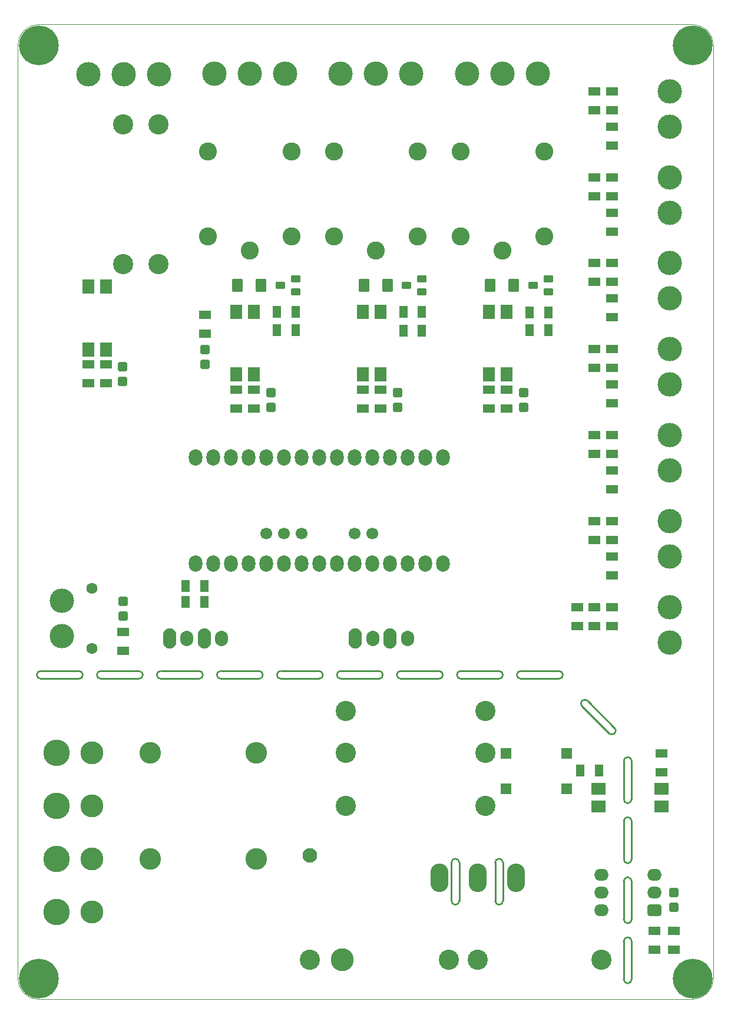
<source format=gts>
G04*
G04 #@! TF.GenerationSoftware,Altium Limited,Altium Designer,24.7.2 (38)*
G04*
G04 Layer_Color=8388736*
%FSAX43Y43*%
%MOMM*%
G71*
G04*
G04 #@! TF.SameCoordinates,3F101F8B-C0B2-4B88-A1E1-6A066521CB33*
G04*
G04*
G04 #@! TF.FilePolarity,Negative*
G04*
G01*
G75*
%ADD10C,0.254*%
%ADD12C,0.100*%
%ADD28R,1.200X1.800*%
%ADD29R,1.800X1.200*%
G04:AMPARAMS|DCode=30|XSize=1.3mm|YSize=1.3mm|CornerRadius=0.17mm|HoleSize=0mm|Usage=FLASHONLY|Rotation=270.000|XOffset=0mm|YOffset=0mm|HoleType=Round|Shape=RoundedRectangle|*
%AMROUNDEDRECTD30*
21,1,1.300,0.960,0,0,270.0*
21,1,0.960,1.300,0,0,270.0*
1,1,0.340,-0.480,-0.480*
1,1,0.340,-0.480,0.480*
1,1,0.340,0.480,0.480*
1,1,0.340,0.480,-0.480*
%
%ADD30ROUNDEDRECTD30*%
%ADD31R,1.600X1.600*%
%ADD32R,2.000X1.800*%
G04:AMPARAMS|DCode=33|XSize=1.1mm|YSize=1.3mm|CornerRadius=0.2mm|HoleSize=0mm|Usage=FLASHONLY|Rotation=90.000|XOffset=0mm|YOffset=0mm|HoleType=Round|Shape=RoundedRectangle|*
%AMROUNDEDRECTD33*
21,1,1.100,0.900,0,0,90.0*
21,1,0.700,1.300,0,0,90.0*
1,1,0.400,0.450,0.350*
1,1,0.400,0.450,-0.350*
1,1,0.400,-0.450,-0.350*
1,1,0.400,-0.450,0.350*
%
%ADD33ROUNDEDRECTD33*%
G04:AMPARAMS|DCode=34|XSize=1.5mm|YSize=1.9mm|CornerRadius=0.19mm|HoleSize=0mm|Usage=FLASHONLY|Rotation=0.000|XOffset=0mm|YOffset=0mm|HoleType=Round|Shape=RoundedRectangle|*
%AMROUNDEDRECTD34*
21,1,1.500,1.520,0,0,0.0*
21,1,1.120,1.900,0,0,0.0*
1,1,0.380,0.560,-0.760*
1,1,0.380,-0.560,-0.760*
1,1,0.380,-0.560,0.760*
1,1,0.380,0.560,0.760*
%
%ADD34ROUNDEDRECTD34*%
%ADD35R,1.800X2.000*%
%ADD36C,2.600*%
%ADD37C,2.100*%
%ADD38C,3.500*%
%ADD39C,3.100*%
%ADD40C,2.900*%
%ADD41C,3.300*%
%ADD42C,1.700*%
%ADD43C,5.700*%
%ADD44C,3.800*%
%ADD45O,2.100X1.700*%
G04:AMPARAMS|DCode=46|XSize=2.1mm|YSize=1.7mm|CornerRadius=0.45mm|HoleSize=0mm|Usage=FLASHONLY|Rotation=180.000|XOffset=0mm|YOffset=0mm|HoleType=Round|Shape=RoundedRectangle|*
%AMROUNDEDRECTD46*
21,1,2.100,0.800,0,0,180.0*
21,1,1.200,1.700,0,0,180.0*
1,1,0.900,-0.600,0.400*
1,1,0.900,0.600,0.400*
1,1,0.900,0.600,-0.400*
1,1,0.900,-0.600,-0.400*
%
%ADD46ROUNDEDRECTD46*%
%ADD47O,2.600X4.100*%
%ADD48O,1.950X2.350*%
%ADD49O,1.900X2.900*%
%ADD50O,1.900X2.200*%
%ADD51C,1.600*%
D10*
X0471749Y0548762D02*
G03*
X0472311Y0549324I0000000J0000562D01*
G01*
X0471186Y0549324D02*
G03*
X0471749Y0548762I0000563J0000000D01*
G01*
X0472311Y0554824D02*
G03*
X0471749Y0555387I-0000562J0000000D01*
G01*
X0471749D02*
G03*
X0471186Y0554824I0000000J-0000562D01*
G01*
X0465466Y0548770D02*
G03*
X0466028Y0549333I0000000J0000562D01*
G01*
X0464903Y0549333D02*
G03*
X0465466Y0548770I0000563J0000000D01*
G01*
X0466028Y0554833D02*
G03*
X0465466Y0555395I-0000562J0000000D01*
G01*
X0465466D02*
G03*
X0464903Y0554833I0000000J-0000562D01*
G01*
X0490234Y0537478D02*
G03*
X0490797Y0538041I0000000J0000562D01*
G01*
X0489672Y0538041D02*
G03*
X0490234Y0537478I0000563J0000000D01*
G01*
X0490797Y0543541D02*
G03*
X0490234Y0544103I-0000562J0000000D01*
G01*
X0490234D02*
G03*
X0489672Y0543541I0000000J-0000562D01*
G01*
X0490234Y0546103D02*
G03*
X0490797Y0546666I0000000J0000562D01*
G01*
X0489672Y0546666D02*
G03*
X0490234Y0546103I0000563J0000000D01*
G01*
X0490797Y0552166D02*
G03*
X0490234Y0552728I-0000562J0000000D01*
G01*
X0490234D02*
G03*
X0489672Y0552166I0000000J-0000562D01*
G01*
X0490234Y0554728D02*
G03*
X0490797Y0555291I0000000J0000562D01*
G01*
X0489672Y0555291D02*
G03*
X0490234Y0554728I0000563J0000000D01*
G01*
X0490797Y0560791D02*
G03*
X0490234Y0561353I-0000562J0000000D01*
G01*
X0490234D02*
G03*
X0489672Y0560791I0000000J-0000562D01*
G01*
X0490234Y0563353D02*
G03*
X0490797Y0563916I0000000J0000562D01*
G01*
X0489672Y0563916D02*
G03*
X0490234Y0563353I0000563J0000000D01*
G01*
X0490797Y0569416D02*
G03*
X0490234Y0569978I-0000562J0000000D01*
G01*
X0490234D02*
G03*
X0489672Y0569416I0000000J-0000562D01*
G01*
X0488360Y0573380D02*
G03*
X0488360Y0574176I-0000398J0000398D01*
G01*
X0487565Y0573380D02*
G03*
X0488360Y0573380I0000398J0000398D01*
G01*
X0484471Y0578065D02*
G03*
X0483676Y0578065I-0000398J-0000398D01*
G01*
X0483676Y0578065D02*
G03*
X0483676Y0577269I0000398J-0000398D01*
G01*
X0480924Y0581787D02*
G03*
X0480361Y0582349I-0000562J0000000D01*
G01*
X0480361Y0581224D02*
G03*
X0480924Y0581787I0000000J0000563D01*
G01*
X0474861Y0582349D02*
G03*
X0474299Y0581787I0000000J-0000562D01*
G01*
Y0581787D02*
G03*
X0474861Y0581224I0000562J0000000D01*
G01*
X0472299Y0581787D02*
G03*
X0471736Y0582349I-0000562J0000000D01*
G01*
X0471736Y0581224D02*
G03*
X0472299Y0581787I0000000J0000563D01*
G01*
X0466236Y0582349D02*
G03*
X0465674Y0581787I0000000J-0000562D01*
G01*
Y0581787D02*
G03*
X0466236Y0581224I0000562J0000000D01*
G01*
X0463674Y0581787D02*
G03*
X0463111Y0582349I-0000562J0000000D01*
G01*
X0463111Y0581224D02*
G03*
X0463674Y0581787I0000000J0000563D01*
G01*
X0457611Y0582349D02*
G03*
X0457049Y0581787I0000000J-0000562D01*
G01*
Y0581787D02*
G03*
X0457611Y0581224I0000562J0000000D01*
G01*
X0455049Y0581787D02*
G03*
X0454486Y0582349I-0000562J0000000D01*
G01*
X0454486Y0581224D02*
G03*
X0455049Y0581787I0000000J0000563D01*
G01*
X0448986Y0582349D02*
G03*
X0448424Y0581787I0000000J-0000562D01*
G01*
Y0581787D02*
G03*
X0448986Y0581224I0000562J0000000D01*
G01*
X0446424Y0581787D02*
G03*
X0445861Y0582349I-0000562J0000000D01*
G01*
X0445861Y0581224D02*
G03*
X0446424Y0581787I0000000J0000563D01*
G01*
X0440361Y0582349D02*
G03*
X0439799Y0581787I0000000J-0000562D01*
G01*
Y0581787D02*
G03*
X0440361Y0581224I0000562J0000000D01*
G01*
X0437799Y0581787D02*
G03*
X0437236Y0582349I-0000562J0000000D01*
G01*
X0437236Y0581224D02*
G03*
X0437799Y0581787I0000000J0000563D01*
G01*
X0431736Y0582349D02*
G03*
X0431174Y0581787I0000000J-0000562D01*
G01*
Y0581787D02*
G03*
X0431736Y0581224I0000562J0000000D01*
G01*
X0429174Y0581787D02*
G03*
X0428611Y0582349I-0000562J0000000D01*
G01*
X0428611Y0581224D02*
G03*
X0429174Y0581787I0000000J0000563D01*
G01*
X0423111Y0582349D02*
G03*
X0422549Y0581787I0000000J-0000562D01*
G01*
Y0581787D02*
G03*
X0423111Y0581224I0000562J0000000D01*
G01*
X0420549Y0581787D02*
G03*
X0419986Y0582349I-0000562J0000000D01*
G01*
X0419986Y0581224D02*
G03*
X0420549Y0581787I0000000J0000563D01*
G01*
X0414486Y0582349D02*
G03*
X0413924Y0581787I0000000J-0000562D01*
G01*
Y0581787D02*
G03*
X0414486Y0581224I0000562J0000000D01*
G01*
X0411924Y0581787D02*
G03*
X0411361Y0582349I-0000562J0000000D01*
G01*
X0411361Y0581224D02*
G03*
X0411924Y0581787I0000000J0000563D01*
G01*
X0405861Y0582349D02*
G03*
X0405299Y0581787I0000000J-0000562D01*
G01*
Y0581787D02*
G03*
X0405861Y0581224I0000562J0000000D01*
G01*
X0471186Y0549324D02*
Y0554824D01*
X0472311Y0549324D02*
Y0554824D01*
X0464903Y0549333D02*
Y0554833D01*
X0466028Y0549333D02*
Y0554833D01*
X0489672Y0538041D02*
Y0543541D01*
X0490797Y0538041D02*
Y0543541D01*
X0489672Y0546666D02*
Y0552166D01*
X0490797Y0546666D02*
Y0552166D01*
X0489672Y0555291D02*
Y0560791D01*
X0490797Y0555291D02*
Y0560791D01*
X0489672Y0563916D02*
Y0569416D01*
X0490797Y0563916D02*
Y0569416D01*
X0483676Y0577269D02*
X0487565Y0573380D01*
X0484471Y0578065D02*
X0488360Y0574176D01*
X0474861Y0581224D02*
X0480361D01*
X0474861Y0582349D02*
X0480361D01*
X0466236Y0581224D02*
X0471736D01*
X0466236Y0582349D02*
X0471736D01*
X0457611Y0581224D02*
X0463111D01*
X0457611Y0582349D02*
X0463111D01*
X0448986Y0581224D02*
X0454486D01*
X0448986Y0582349D02*
X0454486D01*
X0440361Y0581224D02*
X0445861D01*
X0440361Y0582349D02*
X0445861D01*
X0431736Y0581224D02*
X0437236D01*
X0431736Y0582349D02*
X0437236D01*
X0423111Y0581224D02*
X0428611D01*
X0423111Y0582349D02*
X0428611D01*
X0414486Y0581224D02*
X0419986D01*
X0414486Y0582349D02*
X0419986D01*
X0405862Y0581224D02*
X0411361D01*
X0405861Y0582349D02*
X0411361D01*
D12*
X0499566Y0535195D02*
G03*
X0502566Y0538195I-0000000J0003000D01*
G01*
X0502566Y0672195D02*
G03*
X0499566Y0675195I-0003000J0000000D01*
G01*
X0405566Y0675195D02*
G03*
X0402566Y0672195I-0000000J-0003000D01*
G01*
X0402566Y0538195D02*
G03*
X0405566Y0535195I0003000J-0000000D01*
G01*
X0402566Y0538195D02*
X0402566Y0672195D01*
X0405566Y0535195D02*
X0499566Y0535195D01*
X0502566Y0538195D02*
X0502566Y0672195D01*
X0405566Y0675195D02*
X0499566Y0675195D01*
D28*
X0426655Y0592296D02*
D03*
X0429355D02*
D03*
X0426656Y0594546D02*
D03*
X0429355D02*
D03*
X0486121Y0568028D02*
D03*
X0483421D02*
D03*
X0457972Y0633958D02*
D03*
X0460672D02*
D03*
Y0631224D02*
D03*
X0457972D02*
D03*
X0439822Y0633958D02*
D03*
X0442522D02*
D03*
X0442522Y0631258D02*
D03*
X0439822D02*
D03*
X0476122Y0633858D02*
D03*
X0478822D02*
D03*
X0478822Y0631258D02*
D03*
X0476122D02*
D03*
D29*
X0485473Y0591527D02*
D03*
Y0588827D02*
D03*
X0487973D02*
D03*
Y0591527D02*
D03*
X0482973Y0588827D02*
D03*
Y0591527D02*
D03*
X0495066Y0567768D02*
D03*
Y0570468D02*
D03*
X0496841Y0542282D02*
D03*
Y0544982D02*
D03*
X0494041D02*
D03*
Y0542282D02*
D03*
X0452152Y0620024D02*
D03*
Y0622724D02*
D03*
X0434002Y0620024D02*
D03*
Y0622724D02*
D03*
X0470302Y0620024D02*
D03*
Y0622724D02*
D03*
X0417709Y0585224D02*
D03*
X0417709Y0587924D02*
D03*
X0429508Y0633508D02*
D03*
X0429508Y0630808D02*
D03*
X0412697Y0623650D02*
D03*
Y0626350D02*
D03*
X0415237Y0626350D02*
D03*
Y0623650D02*
D03*
X0485473Y0665597D02*
D03*
Y0662897D02*
D03*
X0487973Y0657817D02*
D03*
Y0660517D02*
D03*
Y0665597D02*
D03*
Y0662897D02*
D03*
X0436542Y0620024D02*
D03*
Y0622724D02*
D03*
X0485473Y0653252D02*
D03*
Y0650552D02*
D03*
X0487973Y0645472D02*
D03*
Y0648172D02*
D03*
Y0653252D02*
D03*
Y0650552D02*
D03*
X0485473Y0640907D02*
D03*
Y0638207D02*
D03*
X0454692Y0620024D02*
D03*
Y0622724D02*
D03*
X0487973Y0633127D02*
D03*
Y0635827D02*
D03*
Y0640907D02*
D03*
Y0638207D02*
D03*
X0485473Y0628562D02*
D03*
Y0625862D02*
D03*
X0487973Y0620782D02*
D03*
Y0623482D02*
D03*
Y0628562D02*
D03*
Y0625862D02*
D03*
X0472842Y0620024D02*
D03*
Y0622724D02*
D03*
X0485473Y0616217D02*
D03*
X0485473Y0613517D02*
D03*
X0487973Y0608437D02*
D03*
Y0611137D02*
D03*
Y0616217D02*
D03*
Y0613517D02*
D03*
X0485473Y0603872D02*
D03*
Y0601172D02*
D03*
X0487973Y0596092D02*
D03*
Y0598792D02*
D03*
Y0603872D02*
D03*
X0487973Y0601172D02*
D03*
D30*
X0496841Y0548422D02*
D03*
Y0550522D02*
D03*
X0457145Y0620220D02*
D03*
Y0622320D02*
D03*
X0438995Y0620220D02*
D03*
Y0622320D02*
D03*
X0475295Y0620221D02*
D03*
Y0622320D02*
D03*
X0417709Y0590224D02*
D03*
Y0592324D02*
D03*
X0429508Y0628508D02*
D03*
X0429508Y0626408D02*
D03*
X0417591Y0623946D02*
D03*
Y0626046D02*
D03*
D31*
X0472721Y0570543D02*
D03*
Y0565443D02*
D03*
X0481421Y0570543D02*
D03*
Y0565443D02*
D03*
D32*
X0495066D02*
D03*
X0486066D02*
D03*
X0495066Y0562903D02*
D03*
X0486066D02*
D03*
D33*
X0460672Y0636791D02*
D03*
Y0638691D02*
D03*
X0458472Y0637741D02*
D03*
X0442522Y0636791D02*
D03*
Y0638691D02*
D03*
X0440322Y0637741D02*
D03*
X0478822Y0636791D02*
D03*
Y0638691D02*
D03*
X0476622Y0637741D02*
D03*
D34*
X0455709Y0637741D02*
D03*
X0452309D02*
D03*
X0437559Y0637741D02*
D03*
X0434159D02*
D03*
X0473859Y0637741D02*
D03*
X0470459D02*
D03*
D35*
X0454692Y0624909D02*
D03*
Y0633909D02*
D03*
X0452152Y0624909D02*
D03*
Y0633909D02*
D03*
X0436542Y0624909D02*
D03*
Y0633909D02*
D03*
X0434002Y0624909D02*
D03*
Y0633909D02*
D03*
X0472842Y0624909D02*
D03*
Y0633909D02*
D03*
X0470302Y0624909D02*
D03*
Y0633909D02*
D03*
X0415237Y0628535D02*
D03*
Y0637535D02*
D03*
X0412697Y0628535D02*
D03*
Y0637535D02*
D03*
D36*
X0472209Y0642741D02*
D03*
X0466209Y0656941D02*
D03*
X0478209D02*
D03*
X0466209Y0644741D02*
D03*
X0478209D02*
D03*
X0454059Y0642741D02*
D03*
X0448059Y0656941D02*
D03*
X0460059D02*
D03*
X0448059Y0644741D02*
D03*
X0460059D02*
D03*
X0435909Y0642741D02*
D03*
X0429909Y0656941D02*
D03*
X0441909D02*
D03*
X0429909Y0644741D02*
D03*
X0441909D02*
D03*
D37*
X0444541Y0555848D02*
D03*
Y0540848D02*
D03*
D38*
X0496311Y0591527D02*
D03*
Y0586447D02*
D03*
X0496311Y0653252D02*
D03*
Y0648172D02*
D03*
Y0665597D02*
D03*
X0496311Y0660517D02*
D03*
X0408923Y0587328D02*
D03*
X0408923Y0592408D02*
D03*
X0496311Y0640907D02*
D03*
Y0635827D02*
D03*
Y0603872D02*
D03*
Y0598792D02*
D03*
X0496311Y0616217D02*
D03*
X0496311Y0611137D02*
D03*
Y0628562D02*
D03*
X0496311Y0623482D02*
D03*
X0459139Y0668102D02*
D03*
X0454059D02*
D03*
X0448979D02*
D03*
X0440989Y0668102D02*
D03*
X0435909D02*
D03*
X0430829D02*
D03*
X0477289Y0668102D02*
D03*
X0472209D02*
D03*
X0467129D02*
D03*
X0422832Y0668069D02*
D03*
X0417752D02*
D03*
X0412672D02*
D03*
D39*
X0421601Y0570588D02*
D03*
X0436841D02*
D03*
Y0555348D02*
D03*
X0421601D02*
D03*
D40*
X0449741Y0562968D02*
D03*
X0469741D02*
D03*
Y0576608D02*
D03*
X0449741D02*
D03*
X0469741Y0570588D02*
D03*
X0449741Y0570588D02*
D03*
X0468641Y0540848D02*
D03*
X0486421D02*
D03*
X0444541D02*
D03*
X0464541D02*
D03*
X0417672Y0660819D02*
D03*
Y0640819D02*
D03*
X0422752Y0660819D02*
D03*
Y0640819D02*
D03*
D41*
X0449166Y0540848D02*
D03*
X0413221Y0547728D02*
D03*
Y0555348D02*
D03*
Y0562968D02*
D03*
Y0570588D02*
D03*
D42*
X0438301Y0602084D02*
D03*
X0440841Y0602084D02*
D03*
X0443381Y0602084D02*
D03*
X0451001Y0602084D02*
D03*
X0453541Y0602084D02*
D03*
D43*
X0499566Y0538195D02*
D03*
X0405566Y0538195D02*
D03*
X0405566Y0672195D02*
D03*
X0499566D02*
D03*
D44*
X0408141Y0547728D02*
D03*
Y0562968D02*
D03*
Y0555348D02*
D03*
Y0570588D02*
D03*
D45*
X0486421Y0550522D02*
D03*
X0494041D02*
D03*
X0486421Y0547982D02*
D03*
Y0553062D02*
D03*
X0494041D02*
D03*
D46*
Y0547982D02*
D03*
D47*
X0468641Y0552643D02*
D03*
X0474141D02*
D03*
X0463141D02*
D03*
D48*
X0438301Y0613024D02*
D03*
X0428141D02*
D03*
X0430681Y0613024D02*
D03*
X0433221Y0613024D02*
D03*
X0435761Y0613024D02*
D03*
X0440841Y0613024D02*
D03*
X0443381Y0613024D02*
D03*
X0445921D02*
D03*
X0448461D02*
D03*
X0451001Y0613024D02*
D03*
X0453541Y0613024D02*
D03*
X0456081Y0613024D02*
D03*
X0458621Y0613024D02*
D03*
X0461161Y0613024D02*
D03*
X0463701D02*
D03*
X0428141Y0597784D02*
D03*
X0430681D02*
D03*
X0433221Y0597784D02*
D03*
X0435761Y0597784D02*
D03*
X0438301Y0597784D02*
D03*
X0440841D02*
D03*
X0443381D02*
D03*
X0445921Y0597784D02*
D03*
X0448461Y0597784D02*
D03*
X0451001D02*
D03*
X0453541D02*
D03*
X0456081Y0597784D02*
D03*
X0458621Y0597784D02*
D03*
X0461161Y0597784D02*
D03*
X0463701D02*
D03*
D49*
X0451081Y0587026D02*
D03*
X0456081D02*
D03*
X0429356Y0587049D02*
D03*
X0424356D02*
D03*
D50*
X0458581Y0587026D02*
D03*
X0453581D02*
D03*
X0426856Y0587049D02*
D03*
X0431856D02*
D03*
D51*
X0413223Y0594172D02*
D03*
Y0585562D02*
D03*
M02*

</source>
